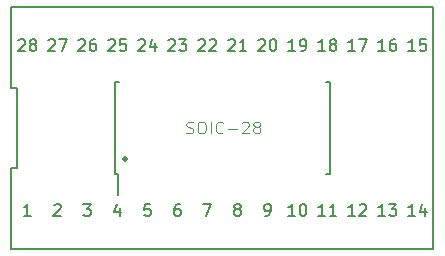
<source format=gbr>
G04 #@! TF.GenerationSoftware,KiCad,Pcbnew,5.0.2-bee76a0~70~ubuntu18.04.1*
G04 #@! TF.CreationDate,2019-03-14T21:08:30-04:00*
G04 #@! TF.ProjectId,soicssop,736f6963-7373-46f7-902e-6b696361645f,rev?*
G04 #@! TF.SameCoordinates,Original*
G04 #@! TF.FileFunction,Legend,Top*
G04 #@! TF.FilePolarity,Positive*
%FSLAX46Y46*%
G04 Gerber Fmt 4.6, Leading zero omitted, Abs format (unit mm)*
G04 Created by KiCad (PCBNEW 5.0.2-bee76a0~70~ubuntu18.04.1) date Thu 14 Mar 2019 21:08:30 EDT*
%MOMM*%
%LPD*%
G01*
G04 APERTURE LIST*
%ADD10C,0.300000*%
%ADD11C,0.100000*%
%ADD12C,0.150000*%
G04 APERTURE END LIST*
D10*
X-8254999Y-2567714D02*
X-8183571Y-2639142D01*
X-8254999Y-2710571D01*
X-8326428Y-2639142D01*
X-8254999Y-2567714D01*
X-8254999Y-2710571D01*
D11*
X-3046523Y-404761D02*
X-2903666Y-452380D01*
X-2665571Y-452380D01*
X-2570333Y-404761D01*
X-2522714Y-357142D01*
X-2475095Y-261904D01*
X-2475095Y-166666D01*
X-2522714Y-71428D01*
X-2570333Y-23809D01*
X-2665571Y23809D01*
X-2856047Y71428D01*
X-2951285Y119047D01*
X-2998904Y166666D01*
X-3046523Y261904D01*
X-3046523Y357142D01*
X-2998904Y452380D01*
X-2951285Y500000D01*
X-2856047Y547619D01*
X-2617952Y547619D01*
X-2475095Y500000D01*
X-1856047Y547619D02*
X-1665571Y547619D01*
X-1570333Y500000D01*
X-1475095Y404761D01*
X-1427476Y214285D01*
X-1427476Y-119047D01*
X-1475095Y-309523D01*
X-1570333Y-404761D01*
X-1665571Y-452380D01*
X-1856047Y-452380D01*
X-1951285Y-404761D01*
X-2046523Y-309523D01*
X-2094142Y-119047D01*
X-2094142Y214285D01*
X-2046523Y404761D01*
X-1951285Y500000D01*
X-1856047Y547619D01*
X-998904Y-452380D02*
X-998904Y547619D01*
X48714Y-357142D02*
X1095Y-404761D01*
X-141761Y-452380D01*
X-237000Y-452380D01*
X-379857Y-404761D01*
X-475095Y-309523D01*
X-522714Y-214285D01*
X-570333Y-23809D01*
X-570333Y119047D01*
X-522714Y309523D01*
X-475095Y404761D01*
X-379857Y500000D01*
X-237000Y547619D01*
X-141761Y547619D01*
X1095Y500000D01*
X48714Y452380D01*
X477285Y-71428D02*
X1239190Y-71428D01*
X1667761Y452380D02*
X1715380Y500000D01*
X1810619Y547619D01*
X2048714Y547619D01*
X2143952Y500000D01*
X2191571Y452380D01*
X2239190Y357142D01*
X2239190Y261904D01*
X2191571Y119047D01*
X1620142Y-452380D01*
X2239190Y-452380D01*
X2810619Y119047D02*
X2715380Y166666D01*
X2667761Y214285D01*
X2620142Y309523D01*
X2620142Y357142D01*
X2667761Y452380D01*
X2715380Y500000D01*
X2810619Y547619D01*
X3001095Y547619D01*
X3096333Y500000D01*
X3143952Y452380D01*
X3191571Y357142D01*
X3191571Y309523D01*
X3143952Y214285D01*
X3096333Y166666D01*
X3001095Y119047D01*
X2810619Y119047D01*
X2715380Y71428D01*
X2667761Y23809D01*
X2620142Y-71428D01*
X2620142Y-261904D01*
X2667761Y-357142D01*
X2715380Y-404761D01*
X2810619Y-452380D01*
X3001095Y-452380D01*
X3096333Y-404761D01*
X3143952Y-357142D01*
X3191571Y-261904D01*
X3191571Y-71428D01*
X3143952Y23809D01*
X3096333Y71428D01*
X3001095Y119047D01*
D12*
X-4571904Y7437380D02*
X-4524285Y7485000D01*
X-4429047Y7532619D01*
X-4190952Y7532619D01*
X-4095714Y7485000D01*
X-4048095Y7437380D01*
X-4000476Y7342142D01*
X-4000476Y7246904D01*
X-4048095Y7104047D01*
X-4619523Y6532619D01*
X-4000476Y6532619D01*
X-3667142Y7532619D02*
X-3048095Y7532619D01*
X-3381428Y7151666D01*
X-3238571Y7151666D01*
X-3143333Y7104047D01*
X-3095714Y7056428D01*
X-3048095Y6961190D01*
X-3048095Y6723095D01*
X-3095714Y6627857D01*
X-3143333Y6580238D01*
X-3238571Y6532619D01*
X-3524285Y6532619D01*
X-3619523Y6580238D01*
X-3667142Y6627857D01*
X-2031904Y7437380D02*
X-1984285Y7485000D01*
X-1889047Y7532619D01*
X-1650952Y7532619D01*
X-1555714Y7485000D01*
X-1508095Y7437380D01*
X-1460476Y7342142D01*
X-1460476Y7246904D01*
X-1508095Y7104047D01*
X-2079523Y6532619D01*
X-1460476Y6532619D01*
X-1079523Y7437380D02*
X-1031904Y7485000D01*
X-936666Y7532619D01*
X-698571Y7532619D01*
X-603333Y7485000D01*
X-555714Y7437380D01*
X-508095Y7342142D01*
X-508095Y7246904D01*
X-555714Y7104047D01*
X-1127142Y6532619D01*
X-508095Y6532619D01*
X-7111904Y7437380D02*
X-7064285Y7485000D01*
X-6969047Y7532619D01*
X-6730952Y7532619D01*
X-6635714Y7485000D01*
X-6588095Y7437380D01*
X-6540476Y7342142D01*
X-6540476Y7246904D01*
X-6588095Y7104047D01*
X-7159523Y6532619D01*
X-6540476Y6532619D01*
X-5683333Y7199285D02*
X-5683333Y6532619D01*
X-5921428Y7580238D02*
X-6159523Y6865952D01*
X-5540476Y6865952D01*
X-9651904Y7437380D02*
X-9604285Y7485000D01*
X-9509047Y7532619D01*
X-9270952Y7532619D01*
X-9175714Y7485000D01*
X-9128095Y7437380D01*
X-9080476Y7342142D01*
X-9080476Y7246904D01*
X-9128095Y7104047D01*
X-9699523Y6532619D01*
X-9080476Y6532619D01*
X-8175714Y7532619D02*
X-8651904Y7532619D01*
X-8699523Y7056428D01*
X-8651904Y7104047D01*
X-8556666Y7151666D01*
X-8318571Y7151666D01*
X-8223333Y7104047D01*
X-8175714Y7056428D01*
X-8128095Y6961190D01*
X-8128095Y6723095D01*
X-8175714Y6627857D01*
X-8223333Y6580238D01*
X-8318571Y6532619D01*
X-8556666Y6532619D01*
X-8651904Y6580238D01*
X-8699523Y6627857D01*
X-12191904Y7437380D02*
X-12144285Y7485000D01*
X-12049047Y7532619D01*
X-11810952Y7532619D01*
X-11715714Y7485000D01*
X-11668095Y7437380D01*
X-11620476Y7342142D01*
X-11620476Y7246904D01*
X-11668095Y7104047D01*
X-12239523Y6532619D01*
X-11620476Y6532619D01*
X-10763333Y7532619D02*
X-10953809Y7532619D01*
X-11049047Y7485000D01*
X-11096666Y7437380D01*
X-11191904Y7294523D01*
X-11239523Y7104047D01*
X-11239523Y6723095D01*
X-11191904Y6627857D01*
X-11144285Y6580238D01*
X-11049047Y6532619D01*
X-10858571Y6532619D01*
X-10763333Y6580238D01*
X-10715714Y6627857D01*
X-10668095Y6723095D01*
X-10668095Y6961190D01*
X-10715714Y7056428D01*
X-10763333Y7104047D01*
X-10858571Y7151666D01*
X-11049047Y7151666D01*
X-11144285Y7104047D01*
X-11191904Y7056428D01*
X-11239523Y6961190D01*
X-14731904Y7437380D02*
X-14684285Y7485000D01*
X-14589047Y7532619D01*
X-14350952Y7532619D01*
X-14255714Y7485000D01*
X-14208095Y7437380D01*
X-14160476Y7342142D01*
X-14160476Y7246904D01*
X-14208095Y7104047D01*
X-14779523Y6532619D01*
X-14160476Y6532619D01*
X-13827142Y7532619D02*
X-13160476Y7532619D01*
X-13589047Y6532619D01*
X-17271904Y7437380D02*
X-17224285Y7485000D01*
X-17129047Y7532619D01*
X-16890952Y7532619D01*
X-16795714Y7485000D01*
X-16748095Y7437380D01*
X-16700476Y7342142D01*
X-16700476Y7246904D01*
X-16748095Y7104047D01*
X-17319523Y6532619D01*
X-16700476Y6532619D01*
X-16129047Y7104047D02*
X-16224285Y7151666D01*
X-16271904Y7199285D01*
X-16319523Y7294523D01*
X-16319523Y7342142D01*
X-16271904Y7437380D01*
X-16224285Y7485000D01*
X-16129047Y7532619D01*
X-15938571Y7532619D01*
X-15843333Y7485000D01*
X-15795714Y7437380D01*
X-15748095Y7342142D01*
X-15748095Y7294523D01*
X-15795714Y7199285D01*
X-15843333Y7151666D01*
X-15938571Y7104047D01*
X-16129047Y7104047D01*
X-16224285Y7056428D01*
X-16271904Y7008809D01*
X-16319523Y6913571D01*
X-16319523Y6723095D01*
X-16271904Y6627857D01*
X-16224285Y6580238D01*
X-16129047Y6532619D01*
X-15938571Y6532619D01*
X-15843333Y6580238D01*
X-15795714Y6627857D01*
X-15748095Y6723095D01*
X-15748095Y6913571D01*
X-15795714Y7008809D01*
X-15843333Y7056428D01*
X-15938571Y7104047D01*
X11239523Y6532619D02*
X10668095Y6532619D01*
X10953809Y6532619D02*
X10953809Y7532619D01*
X10858571Y7389761D01*
X10763333Y7294523D01*
X10668095Y7246904D01*
X11572857Y7532619D02*
X12239523Y7532619D01*
X11810952Y6532619D01*
X508095Y7437380D02*
X555714Y7485000D01*
X650952Y7532619D01*
X889047Y7532619D01*
X984285Y7485000D01*
X1031904Y7437380D01*
X1079523Y7342142D01*
X1079523Y7246904D01*
X1031904Y7104047D01*
X460476Y6532619D01*
X1079523Y6532619D01*
X2031904Y6532619D02*
X1460476Y6532619D01*
X1746190Y6532619D02*
X1746190Y7532619D01*
X1650952Y7389761D01*
X1555714Y7294523D01*
X1460476Y7246904D01*
X3048095Y7437380D02*
X3095714Y7485000D01*
X3190952Y7532619D01*
X3429047Y7532619D01*
X3524285Y7485000D01*
X3571904Y7437380D01*
X3619523Y7342142D01*
X3619523Y7246904D01*
X3571904Y7104047D01*
X3000476Y6532619D01*
X3619523Y6532619D01*
X4238571Y7532619D02*
X4333809Y7532619D01*
X4429047Y7485000D01*
X4476666Y7437380D01*
X4524285Y7342142D01*
X4571904Y7151666D01*
X4571904Y6913571D01*
X4524285Y6723095D01*
X4476666Y6627857D01*
X4429047Y6580238D01*
X4333809Y6532619D01*
X4238571Y6532619D01*
X4143333Y6580238D01*
X4095714Y6627857D01*
X4048095Y6723095D01*
X4000476Y6913571D01*
X4000476Y7151666D01*
X4048095Y7342142D01*
X4095714Y7437380D01*
X4143333Y7485000D01*
X4238571Y7532619D01*
X6159523Y6532619D02*
X5588095Y6532619D01*
X5873809Y6532619D02*
X5873809Y7532619D01*
X5778571Y7389761D01*
X5683333Y7294523D01*
X5588095Y7246904D01*
X6635714Y6532619D02*
X6826190Y6532619D01*
X6921428Y6580238D01*
X6969047Y6627857D01*
X7064285Y6770714D01*
X7111904Y6961190D01*
X7111904Y7342142D01*
X7064285Y7437380D01*
X7016666Y7485000D01*
X6921428Y7532619D01*
X6730952Y7532619D01*
X6635714Y7485000D01*
X6588095Y7437380D01*
X6540476Y7342142D01*
X6540476Y7104047D01*
X6588095Y7008809D01*
X6635714Y6961190D01*
X6730952Y6913571D01*
X6921428Y6913571D01*
X7016666Y6961190D01*
X7064285Y7008809D01*
X7111904Y7104047D01*
X8699523Y6532619D02*
X8128095Y6532619D01*
X8413809Y6532619D02*
X8413809Y7532619D01*
X8318571Y7389761D01*
X8223333Y7294523D01*
X8128095Y7246904D01*
X9270952Y7104047D02*
X9175714Y7151666D01*
X9128095Y7199285D01*
X9080476Y7294523D01*
X9080476Y7342142D01*
X9128095Y7437380D01*
X9175714Y7485000D01*
X9270952Y7532619D01*
X9461428Y7532619D01*
X9556666Y7485000D01*
X9604285Y7437380D01*
X9651904Y7342142D01*
X9651904Y7294523D01*
X9604285Y7199285D01*
X9556666Y7151666D01*
X9461428Y7104047D01*
X9270952Y7104047D01*
X9175714Y7056428D01*
X9128095Y7008809D01*
X9080476Y6913571D01*
X9080476Y6723095D01*
X9128095Y6627857D01*
X9175714Y6580238D01*
X9270952Y6532619D01*
X9461428Y6532619D01*
X9556666Y6580238D01*
X9604285Y6627857D01*
X9651904Y6723095D01*
X9651904Y6913571D01*
X9604285Y7008809D01*
X9556666Y7056428D01*
X9461428Y7104047D01*
X13779523Y6532619D02*
X13208095Y6532619D01*
X13493809Y6532619D02*
X13493809Y7532619D01*
X13398571Y7389761D01*
X13303333Y7294523D01*
X13208095Y7246904D01*
X14636666Y7532619D02*
X14446190Y7532619D01*
X14350952Y7485000D01*
X14303333Y7437380D01*
X14208095Y7294523D01*
X14160476Y7104047D01*
X14160476Y6723095D01*
X14208095Y6627857D01*
X14255714Y6580238D01*
X14350952Y6532619D01*
X14541428Y6532619D01*
X14636666Y6580238D01*
X14684285Y6627857D01*
X14731904Y6723095D01*
X14731904Y6961190D01*
X14684285Y7056428D01*
X14636666Y7104047D01*
X14541428Y7151666D01*
X14350952Y7151666D01*
X14255714Y7104047D01*
X14208095Y7056428D01*
X14160476Y6961190D01*
X16319523Y6532619D02*
X15748095Y6532619D01*
X16033809Y6532619D02*
X16033809Y7532619D01*
X15938571Y7389761D01*
X15843333Y7294523D01*
X15748095Y7246904D01*
X17224285Y7532619D02*
X16748095Y7532619D01*
X16700476Y7056428D01*
X16748095Y7104047D01*
X16843333Y7151666D01*
X17081428Y7151666D01*
X17176666Y7104047D01*
X17224285Y7056428D01*
X17271904Y6961190D01*
X17271904Y6723095D01*
X17224285Y6627857D01*
X17176666Y6580238D01*
X17081428Y6532619D01*
X16843333Y6532619D01*
X16748095Y6580238D01*
X16700476Y6627857D01*
X16319523Y-7437380D02*
X15748095Y-7437380D01*
X16033809Y-7437380D02*
X16033809Y-6437380D01*
X15938571Y-6580238D01*
X15843333Y-6675476D01*
X15748095Y-6723095D01*
X17176666Y-6770714D02*
X17176666Y-7437380D01*
X16938571Y-6389761D02*
X16700476Y-7104047D01*
X17319523Y-7104047D01*
X13779523Y-7437380D02*
X13208095Y-7437380D01*
X13493809Y-7437380D02*
X13493809Y-6437380D01*
X13398571Y-6580238D01*
X13303333Y-6675476D01*
X13208095Y-6723095D01*
X14112857Y-6437380D02*
X14731904Y-6437380D01*
X14398571Y-6818333D01*
X14541428Y-6818333D01*
X14636666Y-6865952D01*
X14684285Y-6913571D01*
X14731904Y-7008809D01*
X14731904Y-7246904D01*
X14684285Y-7342142D01*
X14636666Y-7389761D01*
X14541428Y-7437380D01*
X14255714Y-7437380D01*
X14160476Y-7389761D01*
X14112857Y-7342142D01*
X11239523Y-7437380D02*
X10668095Y-7437380D01*
X10953809Y-7437380D02*
X10953809Y-6437380D01*
X10858571Y-6580238D01*
X10763333Y-6675476D01*
X10668095Y-6723095D01*
X11620476Y-6532619D02*
X11668095Y-6485000D01*
X11763333Y-6437380D01*
X12001428Y-6437380D01*
X12096666Y-6485000D01*
X12144285Y-6532619D01*
X12191904Y-6627857D01*
X12191904Y-6723095D01*
X12144285Y-6865952D01*
X11572857Y-7437380D01*
X12191904Y-7437380D01*
X8699523Y-7437380D02*
X8128095Y-7437380D01*
X8413809Y-7437380D02*
X8413809Y-6437380D01*
X8318571Y-6580238D01*
X8223333Y-6675476D01*
X8128095Y-6723095D01*
X9651904Y-7437380D02*
X9080476Y-7437380D01*
X9366190Y-7437380D02*
X9366190Y-6437380D01*
X9270952Y-6580238D01*
X9175714Y-6675476D01*
X9080476Y-6723095D01*
X6159523Y-7437380D02*
X5588095Y-7437380D01*
X5873809Y-7437380D02*
X5873809Y-6437380D01*
X5778571Y-6580238D01*
X5683333Y-6675476D01*
X5588095Y-6723095D01*
X6778571Y-6437380D02*
X6873809Y-6437380D01*
X6969047Y-6485000D01*
X7016666Y-6532619D01*
X7064285Y-6627857D01*
X7111904Y-6818333D01*
X7111904Y-7056428D01*
X7064285Y-7246904D01*
X7016666Y-7342142D01*
X6969047Y-7389761D01*
X6873809Y-7437380D01*
X6778571Y-7437380D01*
X6683333Y-7389761D01*
X6635714Y-7342142D01*
X6588095Y-7246904D01*
X6540476Y-7056428D01*
X6540476Y-6818333D01*
X6588095Y-6627857D01*
X6635714Y-6532619D01*
X6683333Y-6485000D01*
X6778571Y-6437380D01*
X3619523Y-7437380D02*
X3810000Y-7437380D01*
X3905238Y-7389761D01*
X3952857Y-7342142D01*
X4048095Y-7199285D01*
X4095714Y-7008809D01*
X4095714Y-6627857D01*
X4048095Y-6532619D01*
X4000476Y-6485000D01*
X3905238Y-6437380D01*
X3714761Y-6437380D01*
X3619523Y-6485000D01*
X3571904Y-6532619D01*
X3524285Y-6627857D01*
X3524285Y-6865952D01*
X3571904Y-6961190D01*
X3619523Y-7008809D01*
X3714761Y-7056428D01*
X3905238Y-7056428D01*
X4000476Y-7008809D01*
X4048095Y-6961190D01*
X4095714Y-6865952D01*
X1174761Y-6865952D02*
X1079523Y-6818333D01*
X1031904Y-6770714D01*
X984285Y-6675476D01*
X984285Y-6627857D01*
X1031904Y-6532619D01*
X1079523Y-6485000D01*
X1174761Y-6437380D01*
X1365238Y-6437380D01*
X1460476Y-6485000D01*
X1508095Y-6532619D01*
X1555714Y-6627857D01*
X1555714Y-6675476D01*
X1508095Y-6770714D01*
X1460476Y-6818333D01*
X1365238Y-6865952D01*
X1174761Y-6865952D01*
X1079523Y-6913571D01*
X1031904Y-6961190D01*
X984285Y-7056428D01*
X984285Y-7246904D01*
X1031904Y-7342142D01*
X1079523Y-7389761D01*
X1174761Y-7437380D01*
X1365238Y-7437380D01*
X1460476Y-7389761D01*
X1508095Y-7342142D01*
X1555714Y-7246904D01*
X1555714Y-7056428D01*
X1508095Y-6961190D01*
X1460476Y-6913571D01*
X1365238Y-6865952D01*
X-1603333Y-6437380D02*
X-936666Y-6437380D01*
X-1365238Y-7437380D01*
X-3619523Y-6437380D02*
X-3809999Y-6437380D01*
X-3905238Y-6485000D01*
X-3952857Y-6532619D01*
X-4048095Y-6675476D01*
X-4095714Y-6865952D01*
X-4095714Y-7246904D01*
X-4048095Y-7342142D01*
X-4000476Y-7389761D01*
X-3905238Y-7437380D01*
X-3714761Y-7437380D01*
X-3619523Y-7389761D01*
X-3571904Y-7342142D01*
X-3524285Y-7246904D01*
X-3524285Y-7008809D01*
X-3571904Y-6913571D01*
X-3619523Y-6865952D01*
X-3714761Y-6818333D01*
X-3905238Y-6818333D01*
X-4000476Y-6865952D01*
X-4048095Y-6913571D01*
X-4095714Y-7008809D01*
X-6111904Y-6437380D02*
X-6588095Y-6437380D01*
X-6635714Y-6913571D01*
X-6588095Y-6865952D01*
X-6492857Y-6818333D01*
X-6254761Y-6818333D01*
X-6159523Y-6865952D01*
X-6111904Y-6913571D01*
X-6064285Y-7008809D01*
X-6064285Y-7246904D01*
X-6111904Y-7342142D01*
X-6159523Y-7389761D01*
X-6254761Y-7437380D01*
X-6492857Y-7437380D01*
X-6588095Y-7389761D01*
X-6635714Y-7342142D01*
X-8699523Y-6770714D02*
X-8699523Y-7437380D01*
X-8937619Y-6389761D02*
X-9175714Y-7104047D01*
X-8556666Y-7104047D01*
X-11763333Y-6437380D02*
X-11144285Y-6437380D01*
X-11477619Y-6818333D01*
X-11334761Y-6818333D01*
X-11239523Y-6865952D01*
X-11191904Y-6913571D01*
X-11144285Y-7008809D01*
X-11144285Y-7246904D01*
X-11191904Y-7342142D01*
X-11239523Y-7389761D01*
X-11334761Y-7437380D01*
X-11620476Y-7437380D01*
X-11715714Y-7389761D01*
X-11763333Y-7342142D01*
X-14255714Y-6532619D02*
X-14208095Y-6485000D01*
X-14112857Y-6437380D01*
X-13874761Y-6437380D01*
X-13779523Y-6485000D01*
X-13731904Y-6532619D01*
X-13684285Y-6627857D01*
X-13684285Y-6723095D01*
X-13731904Y-6865952D01*
X-14303333Y-7437380D01*
X-13684285Y-7437380D01*
X-16224285Y-7437380D02*
X-16795714Y-7437380D01*
X-16510000Y-7437380D02*
X-16510000Y-6437380D01*
X-16605238Y-6580238D01*
X-16700476Y-6675476D01*
X-16795714Y-6723095D01*
G04 #@! TO.C,J1*
X-17860000Y-10239999D02*
X17860000Y-10240000D01*
X17860000Y-10240000D02*
X17860000Y10239999D01*
X17860000Y10239999D02*
X-17860000Y10240000D01*
X-17860000Y10240000D02*
X-17860000Y3413333D01*
X-17860000Y3413333D02*
X-17410000Y3413333D01*
X-17410000Y3413333D02*
X-17410000Y-3413333D01*
X-17410000Y-3413333D02*
X-17860000Y-3413333D01*
X-17860000Y-3413333D02*
X-17860000Y-10239999D01*
G04 #@! TO.C,J2*
X-9125000Y-3875000D02*
X-8875000Y-3875000D01*
X-9125000Y3875000D02*
X-8780000Y3875000D01*
X9125000Y3875000D02*
X8780000Y3875000D01*
X9125000Y-3875000D02*
X8780000Y-3875000D01*
X-9125000Y-3875000D02*
X-9125000Y3875000D01*
X9125000Y-3875000D02*
X9125000Y3875000D01*
X-8875000Y-3875000D02*
X-8875000Y-5700000D01*
G04 #@! TD*
M02*

</source>
